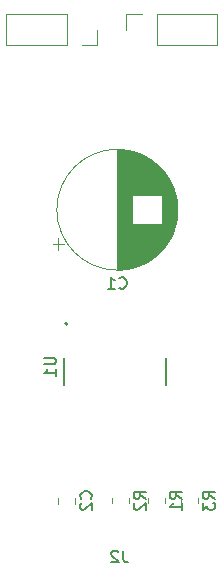
<source format=gbr>
%TF.GenerationSoftware,KiCad,Pcbnew,(5.1.12)-1*%
%TF.CreationDate,2022-08-02T20:23:38+02:00*%
%TF.ProjectId,esp32-led,65737033-322d-46c6-9564-2e6b69636164,rev?*%
%TF.SameCoordinates,Original*%
%TF.FileFunction,Legend,Bot*%
%TF.FilePolarity,Positive*%
%FSLAX46Y46*%
G04 Gerber Fmt 4.6, Leading zero omitted, Abs format (unit mm)*
G04 Created by KiCad (PCBNEW (5.1.12)-1) date 2022-08-02 20:23:38*
%MOMM*%
%LPD*%
G01*
G04 APERTURE LIST*
%ADD10C,0.120000*%
%ADD11C,0.127000*%
%ADD12C,0.200000*%
%ADD13C,0.150000*%
G04 APERTURE END LIST*
D10*
%TO.C,J3*%
X168342000Y-47184000D02*
X168342000Y-48514000D01*
X169672000Y-47184000D02*
X168342000Y-47184000D01*
X170942000Y-47184000D02*
X170942000Y-49844000D01*
X170942000Y-49844000D02*
X176082000Y-49844000D01*
X170942000Y-47184000D02*
X176082000Y-47184000D01*
X176082000Y-47184000D02*
X176082000Y-49844000D01*
%TO.C,J1*%
X165922000Y-49844000D02*
X165922000Y-48514000D01*
X164592000Y-49844000D02*
X165922000Y-49844000D01*
X163322000Y-49844000D02*
X163322000Y-47184000D01*
X163322000Y-47184000D02*
X158182000Y-47184000D01*
X163322000Y-49844000D02*
X158182000Y-49844000D01*
X158182000Y-49844000D02*
X158182000Y-47184000D01*
D11*
%TO.C,U1*%
X171711000Y-76300000D02*
X171711000Y-78640000D01*
X163061000Y-76300000D02*
X163061000Y-78640000D01*
D12*
X163386000Y-73420000D02*
G75*
G03*
X163386000Y-73420000I-100000J0D01*
G01*
D10*
%TO.C,R3*%
X174471000Y-88619064D02*
X174471000Y-88164936D01*
X173001000Y-88619064D02*
X173001000Y-88164936D01*
%TO.C,R2*%
X168629000Y-88619064D02*
X168629000Y-88164936D01*
X167159000Y-88619064D02*
X167159000Y-88164936D01*
%TO.C,R1*%
X171677000Y-88619064D02*
X171677000Y-88164936D01*
X170207000Y-88619064D02*
X170207000Y-88164936D01*
%TO.C,C2*%
X164057000Y-88653252D02*
X164057000Y-88130748D01*
X162587000Y-88653252D02*
X162587000Y-88130748D01*
%TO.C,C1*%
X172720000Y-63754000D02*
G75*
G03*
X172720000Y-63754000I-5120000J0D01*
G01*
X167600000Y-68834000D02*
X167600000Y-58674000D01*
X167640000Y-68834000D02*
X167640000Y-58674000D01*
X167680000Y-68834000D02*
X167680000Y-58674000D01*
X167720000Y-68833000D02*
X167720000Y-58675000D01*
X167760000Y-68832000D02*
X167760000Y-58676000D01*
X167800000Y-68831000D02*
X167800000Y-58677000D01*
X167840000Y-68829000D02*
X167840000Y-58679000D01*
X167880000Y-68827000D02*
X167880000Y-58681000D01*
X167920000Y-68824000D02*
X167920000Y-58684000D01*
X167960000Y-68822000D02*
X167960000Y-58686000D01*
X168000000Y-68819000D02*
X168000000Y-58689000D01*
X168040000Y-68816000D02*
X168040000Y-58692000D01*
X168080000Y-68812000D02*
X168080000Y-58696000D01*
X168120000Y-68808000D02*
X168120000Y-58700000D01*
X168160000Y-68804000D02*
X168160000Y-58704000D01*
X168200000Y-68799000D02*
X168200000Y-58709000D01*
X168240000Y-68794000D02*
X168240000Y-58714000D01*
X168280000Y-68789000D02*
X168280000Y-58719000D01*
X168321000Y-68784000D02*
X168321000Y-58724000D01*
X168361000Y-68778000D02*
X168361000Y-58730000D01*
X168401000Y-68772000D02*
X168401000Y-58736000D01*
X168441000Y-68765000D02*
X168441000Y-58743000D01*
X168481000Y-68758000D02*
X168481000Y-58750000D01*
X168521000Y-68751000D02*
X168521000Y-58757000D01*
X168561000Y-68744000D02*
X168561000Y-58764000D01*
X168601000Y-68736000D02*
X168601000Y-58772000D01*
X168641000Y-68728000D02*
X168641000Y-58780000D01*
X168681000Y-68719000D02*
X168681000Y-58789000D01*
X168721000Y-68710000D02*
X168721000Y-58798000D01*
X168761000Y-68701000D02*
X168761000Y-58807000D01*
X168801000Y-68692000D02*
X168801000Y-58816000D01*
X168841000Y-68682000D02*
X168841000Y-58826000D01*
X168881000Y-68672000D02*
X168881000Y-64995000D01*
X168881000Y-62513000D02*
X168881000Y-58836000D01*
X168921000Y-68661000D02*
X168921000Y-64995000D01*
X168921000Y-62513000D02*
X168921000Y-58847000D01*
X168961000Y-68651000D02*
X168961000Y-64995000D01*
X168961000Y-62513000D02*
X168961000Y-58857000D01*
X169001000Y-68639000D02*
X169001000Y-64995000D01*
X169001000Y-62513000D02*
X169001000Y-58869000D01*
X169041000Y-68628000D02*
X169041000Y-64995000D01*
X169041000Y-62513000D02*
X169041000Y-58880000D01*
X169081000Y-68616000D02*
X169081000Y-64995000D01*
X169081000Y-62513000D02*
X169081000Y-58892000D01*
X169121000Y-68604000D02*
X169121000Y-64995000D01*
X169121000Y-62513000D02*
X169121000Y-58904000D01*
X169161000Y-68591000D02*
X169161000Y-64995000D01*
X169161000Y-62513000D02*
X169161000Y-58917000D01*
X169201000Y-68578000D02*
X169201000Y-64995000D01*
X169201000Y-62513000D02*
X169201000Y-58930000D01*
X169241000Y-68565000D02*
X169241000Y-64995000D01*
X169241000Y-62513000D02*
X169241000Y-58943000D01*
X169281000Y-68551000D02*
X169281000Y-64995000D01*
X169281000Y-62513000D02*
X169281000Y-58957000D01*
X169321000Y-68537000D02*
X169321000Y-64995000D01*
X169321000Y-62513000D02*
X169321000Y-58971000D01*
X169361000Y-68522000D02*
X169361000Y-64995000D01*
X169361000Y-62513000D02*
X169361000Y-58986000D01*
X169401000Y-68508000D02*
X169401000Y-64995000D01*
X169401000Y-62513000D02*
X169401000Y-59000000D01*
X169441000Y-68492000D02*
X169441000Y-64995000D01*
X169441000Y-62513000D02*
X169441000Y-59016000D01*
X169481000Y-68477000D02*
X169481000Y-64995000D01*
X169481000Y-62513000D02*
X169481000Y-59031000D01*
X169521000Y-68461000D02*
X169521000Y-64995000D01*
X169521000Y-62513000D02*
X169521000Y-59047000D01*
X169561000Y-68444000D02*
X169561000Y-64995000D01*
X169561000Y-62513000D02*
X169561000Y-59064000D01*
X169601000Y-68428000D02*
X169601000Y-64995000D01*
X169601000Y-62513000D02*
X169601000Y-59080000D01*
X169641000Y-68411000D02*
X169641000Y-64995000D01*
X169641000Y-62513000D02*
X169641000Y-59097000D01*
X169681000Y-68393000D02*
X169681000Y-64995000D01*
X169681000Y-62513000D02*
X169681000Y-59115000D01*
X169721000Y-68375000D02*
X169721000Y-64995000D01*
X169721000Y-62513000D02*
X169721000Y-59133000D01*
X169761000Y-68357000D02*
X169761000Y-64995000D01*
X169761000Y-62513000D02*
X169761000Y-59151000D01*
X169801000Y-68338000D02*
X169801000Y-64995000D01*
X169801000Y-62513000D02*
X169801000Y-59170000D01*
X169841000Y-68318000D02*
X169841000Y-64995000D01*
X169841000Y-62513000D02*
X169841000Y-59190000D01*
X169881000Y-68299000D02*
X169881000Y-64995000D01*
X169881000Y-62513000D02*
X169881000Y-59209000D01*
X169921000Y-68279000D02*
X169921000Y-64995000D01*
X169921000Y-62513000D02*
X169921000Y-59229000D01*
X169961000Y-68258000D02*
X169961000Y-64995000D01*
X169961000Y-62513000D02*
X169961000Y-59250000D01*
X170001000Y-68237000D02*
X170001000Y-64995000D01*
X170001000Y-62513000D02*
X170001000Y-59271000D01*
X170041000Y-68216000D02*
X170041000Y-64995000D01*
X170041000Y-62513000D02*
X170041000Y-59292000D01*
X170081000Y-68194000D02*
X170081000Y-64995000D01*
X170081000Y-62513000D02*
X170081000Y-59314000D01*
X170121000Y-68171000D02*
X170121000Y-64995000D01*
X170121000Y-62513000D02*
X170121000Y-59337000D01*
X170161000Y-68149000D02*
X170161000Y-64995000D01*
X170161000Y-62513000D02*
X170161000Y-59359000D01*
X170201000Y-68125000D02*
X170201000Y-64995000D01*
X170201000Y-62513000D02*
X170201000Y-59383000D01*
X170241000Y-68101000D02*
X170241000Y-64995000D01*
X170241000Y-62513000D02*
X170241000Y-59407000D01*
X170281000Y-68077000D02*
X170281000Y-64995000D01*
X170281000Y-62513000D02*
X170281000Y-59431000D01*
X170321000Y-68052000D02*
X170321000Y-64995000D01*
X170321000Y-62513000D02*
X170321000Y-59456000D01*
X170361000Y-68027000D02*
X170361000Y-64995000D01*
X170361000Y-62513000D02*
X170361000Y-59481000D01*
X170401000Y-68001000D02*
X170401000Y-64995000D01*
X170401000Y-62513000D02*
X170401000Y-59507000D01*
X170441000Y-67975000D02*
X170441000Y-64995000D01*
X170441000Y-62513000D02*
X170441000Y-59533000D01*
X170481000Y-67948000D02*
X170481000Y-64995000D01*
X170481000Y-62513000D02*
X170481000Y-59560000D01*
X170521000Y-67920000D02*
X170521000Y-64995000D01*
X170521000Y-62513000D02*
X170521000Y-59588000D01*
X170561000Y-67892000D02*
X170561000Y-64995000D01*
X170561000Y-62513000D02*
X170561000Y-59616000D01*
X170601000Y-67864000D02*
X170601000Y-64995000D01*
X170601000Y-62513000D02*
X170601000Y-59644000D01*
X170641000Y-67834000D02*
X170641000Y-64995000D01*
X170641000Y-62513000D02*
X170641000Y-59674000D01*
X170681000Y-67804000D02*
X170681000Y-64995000D01*
X170681000Y-62513000D02*
X170681000Y-59704000D01*
X170721000Y-67774000D02*
X170721000Y-64995000D01*
X170721000Y-62513000D02*
X170721000Y-59734000D01*
X170761000Y-67743000D02*
X170761000Y-64995000D01*
X170761000Y-62513000D02*
X170761000Y-59765000D01*
X170801000Y-67711000D02*
X170801000Y-64995000D01*
X170801000Y-62513000D02*
X170801000Y-59797000D01*
X170841000Y-67679000D02*
X170841000Y-64995000D01*
X170841000Y-62513000D02*
X170841000Y-59829000D01*
X170881000Y-67646000D02*
X170881000Y-64995000D01*
X170881000Y-62513000D02*
X170881000Y-59862000D01*
X170921000Y-67612000D02*
X170921000Y-64995000D01*
X170921000Y-62513000D02*
X170921000Y-59896000D01*
X170961000Y-67578000D02*
X170961000Y-64995000D01*
X170961000Y-62513000D02*
X170961000Y-59930000D01*
X171001000Y-67543000D02*
X171001000Y-64995000D01*
X171001000Y-62513000D02*
X171001000Y-59965000D01*
X171041000Y-67507000D02*
X171041000Y-64995000D01*
X171041000Y-62513000D02*
X171041000Y-60001000D01*
X171081000Y-67470000D02*
X171081000Y-64995000D01*
X171081000Y-62513000D02*
X171081000Y-60038000D01*
X171121000Y-67433000D02*
X171121000Y-64995000D01*
X171121000Y-62513000D02*
X171121000Y-60075000D01*
X171161000Y-67394000D02*
X171161000Y-64995000D01*
X171161000Y-62513000D02*
X171161000Y-60114000D01*
X171201000Y-67355000D02*
X171201000Y-64995000D01*
X171201000Y-62513000D02*
X171201000Y-60153000D01*
X171241000Y-67315000D02*
X171241000Y-64995000D01*
X171241000Y-62513000D02*
X171241000Y-60193000D01*
X171281000Y-67274000D02*
X171281000Y-64995000D01*
X171281000Y-62513000D02*
X171281000Y-60234000D01*
X171321000Y-67232000D02*
X171321000Y-64995000D01*
X171321000Y-62513000D02*
X171321000Y-60276000D01*
X171361000Y-67190000D02*
X171361000Y-60318000D01*
X171401000Y-67146000D02*
X171401000Y-60362000D01*
X171441000Y-67101000D02*
X171441000Y-60407000D01*
X171481000Y-67055000D02*
X171481000Y-60453000D01*
X171521000Y-67008000D02*
X171521000Y-60500000D01*
X171561000Y-66960000D02*
X171561000Y-60548000D01*
X171601000Y-66910000D02*
X171601000Y-60598000D01*
X171641000Y-66860000D02*
X171641000Y-60648000D01*
X171681000Y-66808000D02*
X171681000Y-60700000D01*
X171721000Y-66754000D02*
X171721000Y-60754000D01*
X171761000Y-66699000D02*
X171761000Y-60809000D01*
X171801000Y-66643000D02*
X171801000Y-60865000D01*
X171841000Y-66584000D02*
X171841000Y-60924000D01*
X171881000Y-66524000D02*
X171881000Y-60984000D01*
X171921000Y-66463000D02*
X171921000Y-61045000D01*
X171961000Y-66399000D02*
X171961000Y-61109000D01*
X172001000Y-66333000D02*
X172001000Y-61175000D01*
X172041000Y-66264000D02*
X172041000Y-61244000D01*
X172081000Y-66193000D02*
X172081000Y-61315000D01*
X172121000Y-66119000D02*
X172121000Y-61389000D01*
X172161000Y-66043000D02*
X172161000Y-61465000D01*
X172201000Y-65963000D02*
X172201000Y-61545000D01*
X172241000Y-65879000D02*
X172241000Y-61629000D01*
X172281000Y-65791000D02*
X172281000Y-61717000D01*
X172321000Y-65698000D02*
X172321000Y-61810000D01*
X172361000Y-65600000D02*
X172361000Y-61908000D01*
X172401000Y-65496000D02*
X172401000Y-62012000D01*
X172441000Y-65384000D02*
X172441000Y-62124000D01*
X172481000Y-65264000D02*
X172481000Y-62244000D01*
X172521000Y-65132000D02*
X172521000Y-62376000D01*
X172561000Y-64984000D02*
X172561000Y-62524000D01*
X172601000Y-64816000D02*
X172601000Y-62692000D01*
X172641000Y-64616000D02*
X172641000Y-62892000D01*
X172681000Y-64353000D02*
X172681000Y-63155000D01*
X162120354Y-66629000D02*
X163120354Y-66629000D01*
X162620354Y-67129000D02*
X162620354Y-66129000D01*
%TO.C,J2*%
D13*
X168098333Y-92615380D02*
X168098333Y-93329666D01*
X168145952Y-93472523D01*
X168241190Y-93567761D01*
X168384047Y-93615380D01*
X168479285Y-93615380D01*
X167669761Y-92710619D02*
X167622142Y-92663000D01*
X167526904Y-92615380D01*
X167288809Y-92615380D01*
X167193571Y-92663000D01*
X167145952Y-92710619D01*
X167098333Y-92805857D01*
X167098333Y-92901095D01*
X167145952Y-93043952D01*
X167717380Y-93615380D01*
X167098333Y-93615380D01*
%TO.C,U1*%
X161403380Y-76283095D02*
X162212904Y-76283095D01*
X162308142Y-76330714D01*
X162355761Y-76378333D01*
X162403380Y-76473571D01*
X162403380Y-76664047D01*
X162355761Y-76759285D01*
X162308142Y-76806904D01*
X162212904Y-76854523D01*
X161403380Y-76854523D01*
X162403380Y-77854523D02*
X162403380Y-77283095D01*
X162403380Y-77568809D02*
X161403380Y-77568809D01*
X161546238Y-77473571D01*
X161641476Y-77378333D01*
X161689095Y-77283095D01*
%TO.C,R3*%
X175838380Y-88225333D02*
X175362190Y-87892000D01*
X175838380Y-87653904D02*
X174838380Y-87653904D01*
X174838380Y-88034857D01*
X174886000Y-88130095D01*
X174933619Y-88177714D01*
X175028857Y-88225333D01*
X175171714Y-88225333D01*
X175266952Y-88177714D01*
X175314571Y-88130095D01*
X175362190Y-88034857D01*
X175362190Y-87653904D01*
X174838380Y-88558666D02*
X174838380Y-89177714D01*
X175219333Y-88844380D01*
X175219333Y-88987238D01*
X175266952Y-89082476D01*
X175314571Y-89130095D01*
X175409809Y-89177714D01*
X175647904Y-89177714D01*
X175743142Y-89130095D01*
X175790761Y-89082476D01*
X175838380Y-88987238D01*
X175838380Y-88701523D01*
X175790761Y-88606285D01*
X175743142Y-88558666D01*
%TO.C,R2*%
X169996380Y-88225333D02*
X169520190Y-87892000D01*
X169996380Y-87653904D02*
X168996380Y-87653904D01*
X168996380Y-88034857D01*
X169044000Y-88130095D01*
X169091619Y-88177714D01*
X169186857Y-88225333D01*
X169329714Y-88225333D01*
X169424952Y-88177714D01*
X169472571Y-88130095D01*
X169520190Y-88034857D01*
X169520190Y-87653904D01*
X169091619Y-88606285D02*
X169044000Y-88653904D01*
X168996380Y-88749142D01*
X168996380Y-88987238D01*
X169044000Y-89082476D01*
X169091619Y-89130095D01*
X169186857Y-89177714D01*
X169282095Y-89177714D01*
X169424952Y-89130095D01*
X169996380Y-88558666D01*
X169996380Y-89177714D01*
%TO.C,R1*%
X173044380Y-88225333D02*
X172568190Y-87892000D01*
X173044380Y-87653904D02*
X172044380Y-87653904D01*
X172044380Y-88034857D01*
X172092000Y-88130095D01*
X172139619Y-88177714D01*
X172234857Y-88225333D01*
X172377714Y-88225333D01*
X172472952Y-88177714D01*
X172520571Y-88130095D01*
X172568190Y-88034857D01*
X172568190Y-87653904D01*
X173044380Y-89177714D02*
X173044380Y-88606285D01*
X173044380Y-88892000D02*
X172044380Y-88892000D01*
X172187238Y-88796761D01*
X172282476Y-88701523D01*
X172330095Y-88606285D01*
%TO.C,C2*%
X165359142Y-88225333D02*
X165406761Y-88177714D01*
X165454380Y-88034857D01*
X165454380Y-87939619D01*
X165406761Y-87796761D01*
X165311523Y-87701523D01*
X165216285Y-87653904D01*
X165025809Y-87606285D01*
X164882952Y-87606285D01*
X164692476Y-87653904D01*
X164597238Y-87701523D01*
X164502000Y-87796761D01*
X164454380Y-87939619D01*
X164454380Y-88034857D01*
X164502000Y-88177714D01*
X164549619Y-88225333D01*
X164549619Y-88606285D02*
X164502000Y-88653904D01*
X164454380Y-88749142D01*
X164454380Y-88987238D01*
X164502000Y-89082476D01*
X164549619Y-89130095D01*
X164644857Y-89177714D01*
X164740095Y-89177714D01*
X164882952Y-89130095D01*
X165454380Y-88558666D01*
X165454380Y-89177714D01*
%TO.C,C1*%
X167766666Y-70361142D02*
X167814285Y-70408761D01*
X167957142Y-70456380D01*
X168052380Y-70456380D01*
X168195238Y-70408761D01*
X168290476Y-70313523D01*
X168338095Y-70218285D01*
X168385714Y-70027809D01*
X168385714Y-69884952D01*
X168338095Y-69694476D01*
X168290476Y-69599238D01*
X168195238Y-69504000D01*
X168052380Y-69456380D01*
X167957142Y-69456380D01*
X167814285Y-69504000D01*
X167766666Y-69551619D01*
X166814285Y-70456380D02*
X167385714Y-70456380D01*
X167100000Y-70456380D02*
X167100000Y-69456380D01*
X167195238Y-69599238D01*
X167290476Y-69694476D01*
X167385714Y-69742095D01*
%TD*%
M02*

</source>
